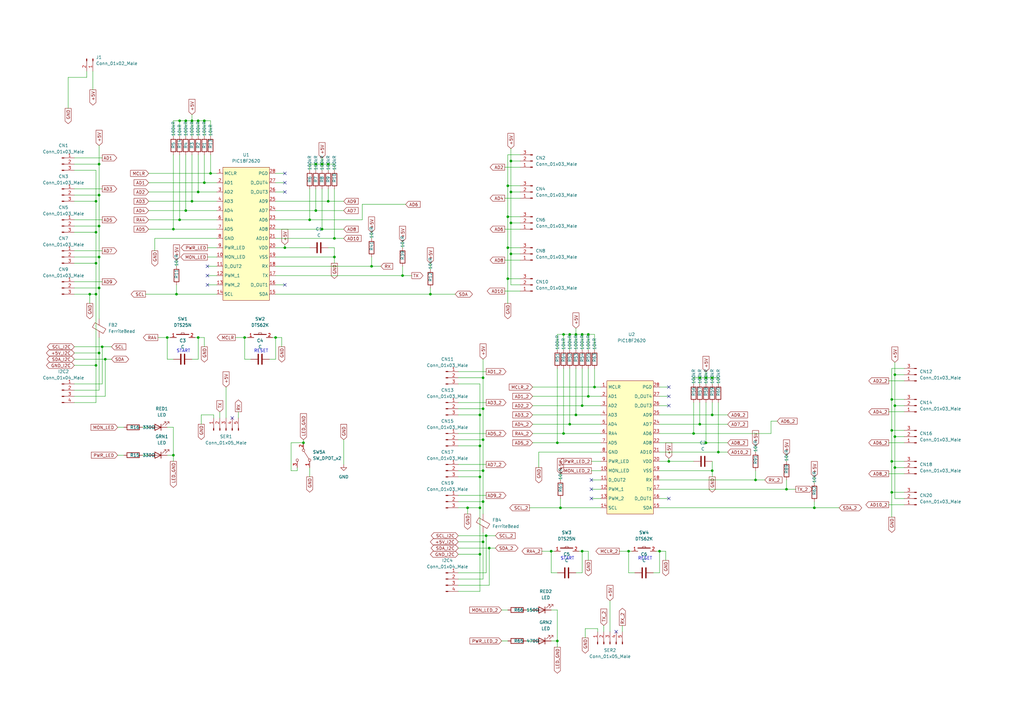
<source format=kicad_sch>
(kicad_sch (version 20211123) (generator eeschema)
  (paper "A3")
  (junction (at 274.32 189.23))
  (junction (at 43.18 147.32))
  (junction (at 137.16 105.41))
  (junction (at 40.64 118.11))
  (junction (at 127 90.17))
  (junction (at 39.37 95.25))
  (junction (at 86.36 71.12))
  (junction (at 100.33 138.43))
  (junction (at 198.12 222.25))
  (junction (at 208.28 101.6))
  (junction (at 270.51 226.06))
  (junction (at 209.55 104.14))
  (junction (at 71.12 93.98))
  (junction (at 196.85 182.88))
  (junction (at 367.03 191.77))
  (junction (at 124.46 181.61))
  (junction (at 76.2 86.36))
  (junction (at 196.85 208.28))
  (junction (at 71.12 186.69))
  (junction (at 39.37 149.86))
  (junction (at 236.22 170.18))
  (junction (at 83.82 49.53))
  (junction (at 40.64 67.31))
  (junction (at 289.56 181.61))
  (junction (at 367.03 153.67))
  (junction (at 40.64 144.78))
  (junction (at 292.1 193.04))
  (junction (at 41.91 142.24))
  (junction (at 209.55 91.44))
  (junction (at 231.14 137.16))
  (junction (at 78.74 49.53))
  (junction (at 208.28 88.9))
  (junction (at 367.03 179.07))
  (junction (at 198.12 180.34))
  (junction (at 238.76 137.16))
  (junction (at 228.6 262.89))
  (junction (at 113.03 138.43))
  (junction (at 292.1 170.18))
  (junction (at 365.76 176.53))
  (junction (at 129.54 86.36))
  (junction (at 198.12 205.74))
  (junction (at 228.6 181.61))
  (junction (at 196.85 195.58))
  (junction (at 365.76 189.23))
  (junction (at 40.64 92.71))
  (junction (at 292.1 154.94))
  (junction (at 309.88 196.85))
  (junction (at 229.87 208.28))
  (junction (at 137.16 97.79))
  (junction (at 134.62 67.31))
  (junction (at 39.37 120.65))
  (junction (at 208.28 114.3))
  (junction (at 129.54 67.31))
  (junction (at 226.06 226.06))
  (junction (at 289.56 154.94))
  (junction (at 68.58 138.43))
  (junction (at 176.53 120.65))
  (junction (at 198.12 167.64))
  (junction (at 81.28 78.74))
  (junction (at 365.76 201.93))
  (junction (at 196.85 227.33))
  (junction (at 233.68 137.16))
  (junction (at 76.2 49.53))
  (junction (at 116.84 101.6))
  (junction (at 287.02 154.94))
  (junction (at 241.3 137.16))
  (junction (at 39.37 107.95))
  (junction (at 209.55 78.74))
  (junction (at 196.85 170.18))
  (junction (at 73.66 49.53))
  (junction (at 40.64 105.41))
  (junction (at 83.82 74.93))
  (junction (at 39.37 82.55))
  (junction (at 198.12 154.94))
  (junction (at 191.77 208.28))
  (junction (at 132.08 93.98))
  (junction (at 243.84 158.75))
  (junction (at 208.28 76.2))
  (junction (at 238.76 166.37))
  (junction (at 287.02 173.99))
  (junction (at 241.3 162.56))
  (junction (at 132.08 67.31))
  (junction (at 231.14 177.8))
  (junction (at 165.1 113.03))
  (junction (at 72.39 120.65))
  (junction (at 284.48 177.8))
  (junction (at 294.64 185.42))
  (junction (at 209.55 66.04))
  (junction (at 238.76 226.06))
  (junction (at 365.76 163.83))
  (junction (at 257.81 226.06))
  (junction (at 81.28 138.43))
  (junction (at 236.22 137.16))
  (junction (at 200.66 224.79))
  (junction (at 198.12 193.04))
  (junction (at 78.74 82.55))
  (junction (at 81.28 49.53))
  (junction (at 134.62 82.55))
  (junction (at 322.58 200.66))
  (junction (at 367.03 166.37))
  (junction (at 40.64 80.01))
  (junction (at 233.68 173.99))
  (junction (at 334.01 208.28))
  (junction (at 73.66 90.17))
  (junction (at 152.4 109.22))
  (junction (at 36.83 120.65))
  (junction (at 199.39 219.71))
  (no_connect (at 116.84 71.12))
  (no_connect (at 116.84 74.93))
  (no_connect (at 116.84 78.74))
  (no_connect (at 252.73 259.08))
  (no_connect (at 95.25 171.45))
  (no_connect (at 242.57 204.47))
  (no_connect (at 242.57 196.85))
  (no_connect (at 274.32 158.75))
  (no_connect (at 85.09 116.84))
  (no_connect (at 85.09 113.03))
  (no_connect (at 85.09 109.22))
  (no_connect (at 274.32 204.47))
  (no_connect (at 274.32 162.56))
  (no_connect (at 242.57 200.66))
  (no_connect (at 116.84 116.84))
  (no_connect (at 274.32 166.37))
  (wire (pts (xy 137.16 77.47) (xy 137.16 97.79)))
  (wire (pts (xy 137.16 67.31) (xy 137.16 69.85)))
  (wire (pts (xy 237.49 226.06) (xy 238.76 226.06)))
  (wire (pts (xy 39.37 120.65) (xy 39.37 149.86)))
  (wire (pts (xy 242.57 200.66) (xy 246.38 200.66)))
  (wire (pts (xy 364.49 194.31) (xy 370.84 194.31)))
  (wire (pts (xy 30.48 120.65) (xy 36.83 120.65)))
  (wire (pts (xy 196.85 170.18) (xy 196.85 182.88)))
  (wire (pts (xy 365.76 163.83) (xy 370.84 163.83)))
  (wire (pts (xy 322.58 196.85) (xy 322.58 200.66)))
  (wire (pts (xy 292.1 189.23) (xy 292.1 193.04)))
  (wire (pts (xy 367.03 204.47) (xy 370.84 204.47)))
  (wire (pts (xy 242.57 193.04) (xy 246.38 193.04)))
  (wire (pts (xy 209.55 66.04) (xy 209.55 78.74)))
  (wire (pts (xy 226.06 250.19) (xy 228.6 250.19)))
  (wire (pts (xy 68.58 186.69) (xy 71.12 186.69)))
  (wire (pts (xy 231.14 137.16) (xy 231.14 143.51)))
  (wire (pts (xy 226.06 226.06) (xy 227.33 226.06)))
  (wire (pts (xy 208.28 88.9) (xy 213.36 88.9)))
  (wire (pts (xy 208.28 63.5) (xy 208.28 76.2)))
  (wire (pts (xy 148.59 83.82) (xy 148.59 90.17)))
  (wire (pts (xy 292.1 170.18) (xy 298.45 170.18)))
  (wire (pts (xy 76.2 49.53) (xy 76.2 55.88)))
  (wire (pts (xy 240.03 257.81) (xy 245.11 257.81)))
  (wire (pts (xy 270.51 204.47) (xy 274.32 204.47)))
  (wire (pts (xy 200.66 224.79) (xy 203.2 224.79)))
  (wire (pts (xy 30.48 95.25) (xy 39.37 95.25)))
  (wire (pts (xy 110.49 147.32) (xy 113.03 147.32)))
  (wire (pts (xy 215.9 250.19) (xy 218.44 250.19)))
  (wire (pts (xy 236.22 134.62) (xy 236.22 137.16)))
  (wire (pts (xy 254 226.06) (xy 257.81 226.06)))
  (wire (pts (xy 113.03 93.98) (xy 132.08 93.98)))
  (wire (pts (xy 72.39 116.84) (xy 72.39 120.65)))
  (wire (pts (xy 81.28 138.43) (xy 83.82 138.43)))
  (wire (pts (xy 198.12 222.25) (xy 198.12 218.44)))
  (wire (pts (xy 284.48 154.94) (xy 287.02 154.94)))
  (wire (pts (xy 36.83 120.65) (xy 39.37 120.65)))
  (wire (pts (xy 134.62 82.55) (xy 140.97 82.55)))
  (wire (pts (xy 270.51 158.75) (xy 274.32 158.75)))
  (wire (pts (xy 238.76 226.06) (xy 241.3 226.06)))
  (wire (pts (xy 132.08 64.77) (xy 132.08 67.31)))
  (wire (pts (xy 334.01 208.28) (xy 344.17 208.28)))
  (wire (pts (xy 334.01 205.74) (xy 334.01 208.28)))
  (wire (pts (xy 191.77 208.28) (xy 191.77 210.82)))
  (wire (pts (xy 100.33 147.32) (xy 102.87 147.32)))
  (wire (pts (xy 176.53 107.95) (xy 176.53 110.49)))
  (wire (pts (xy 365.76 151.13) (xy 370.84 151.13)))
  (wire (pts (xy 38.1 29.21) (xy 38.1 36.83)))
  (wire (pts (xy 208.28 114.3) (xy 213.36 114.3)))
  (wire (pts (xy 41.91 157.48) (xy 30.48 157.48)))
  (wire (pts (xy 71.12 63.5) (xy 71.12 93.98)))
  (wire (pts (xy 205.74 262.89) (xy 208.28 262.89)))
  (wire (pts (xy 187.96 193.04) (xy 198.12 193.04)))
  (wire (pts (xy 30.48 115.57) (xy 41.91 115.57)))
  (wire (pts (xy 39.37 95.25) (xy 39.37 107.95)))
  (wire (pts (xy 137.16 105.41) (xy 137.16 107.95)))
  (wire (pts (xy 119.38 181.61) (xy 124.46 181.61)))
  (wire (pts (xy 257.81 226.06) (xy 257.81 234.95)))
  (wire (pts (xy 222.25 226.06) (xy 226.06 226.06)))
  (wire (pts (xy 196.85 208.28) (xy 196.85 227.33)))
  (wire (pts (xy 270.51 170.18) (xy 292.1 170.18)))
  (wire (pts (xy 228.6 181.61) (xy 246.38 181.61)))
  (wire (pts (xy 220.98 185.42) (xy 246.38 185.42)))
  (wire (pts (xy 270.51 234.95) (xy 270.51 226.06)))
  (wire (pts (xy 113.03 147.32) (xy 113.03 138.43)))
  (wire (pts (xy 208.28 114.3) (xy 208.28 124.46)))
  (wire (pts (xy 309.88 196.85) (xy 313.69 196.85)))
  (wire (pts (xy 40.64 160.02) (xy 40.64 144.78)))
  (wire (pts (xy 40.64 80.01) (xy 40.64 92.71)))
  (wire (pts (xy 187.96 180.34) (xy 198.12 180.34)))
  (wire (pts (xy 196.85 157.48) (xy 196.85 170.18)))
  (wire (pts (xy 367.03 179.07) (xy 367.03 191.77)))
  (wire (pts (xy 370.84 153.67) (xy 367.03 153.67)))
  (wire (pts (xy 270.51 226.06) (xy 273.05 226.06)))
  (wire (pts (xy 365.76 201.93) (xy 370.84 201.93)))
  (wire (pts (xy 270.51 162.56) (xy 274.32 162.56)))
  (wire (pts (xy 241.3 151.13) (xy 241.3 162.56)))
  (wire (pts (xy 187.96 152.4) (xy 199.39 152.4)))
  (wire (pts (xy 226.06 262.89) (xy 228.6 262.89)))
  (wire (pts (xy 40.64 105.41) (xy 40.64 92.71)))
  (wire (pts (xy 72.39 106.68) (xy 72.39 109.22)))
  (wire (pts (xy 294.64 185.42) (xy 298.45 185.42)))
  (wire (pts (xy 209.55 116.84) (xy 213.36 116.84)))
  (wire (pts (xy 129.54 86.36) (xy 140.97 86.36)))
  (wire (pts (xy 284.48 154.94) (xy 284.48 157.48)))
  (wire (pts (xy 294.64 154.94) (xy 294.64 157.48)))
  (wire (pts (xy 78.74 46.99) (xy 78.74 49.53)))
  (wire (pts (xy 215.9 262.89) (xy 218.44 262.89)))
  (wire (pts (xy 198.12 210.82) (xy 198.12 205.74)))
  (wire (pts (xy 71.12 175.26) (xy 71.12 186.69)))
  (wire (pts (xy 85.09 105.41) (xy 88.9 105.41)))
  (wire (pts (xy 209.55 91.44) (xy 209.55 104.14)))
  (wire (pts (xy 113.03 138.43) (xy 115.57 138.43)))
  (wire (pts (xy 30.48 82.55) (xy 39.37 82.55)))
  (wire (pts (xy 35.56 31.75) (xy 27.94 31.75)))
  (wire (pts (xy 60.96 86.36) (xy 76.2 86.36)))
  (wire (pts (xy 273.05 226.06) (xy 273.05 229.87)))
  (wire (pts (xy 365.76 201.93) (xy 365.76 212.09)))
  (wire (pts (xy 241.3 226.06) (xy 241.3 229.87)))
  (wire (pts (xy 76.2 86.36) (xy 88.9 86.36)))
  (wire (pts (xy 242.57 189.23) (xy 246.38 189.23)))
  (wire (pts (xy 229.87 204.47) (xy 229.87 208.28)))
  (wire (pts (xy 364.49 207.01) (xy 370.84 207.01)))
  (wire (pts (xy 97.79 168.91) (xy 97.79 171.45)))
  (wire (pts (xy 196.85 195.58) (xy 196.85 208.28)))
  (wire (pts (xy 243.84 137.16) (xy 243.84 143.51)))
  (wire (pts (xy 364.49 181.61) (xy 370.84 181.61)))
  (wire (pts (xy 191.77 208.28) (xy 196.85 208.28)))
  (wire (pts (xy 85.09 116.84) (xy 88.9 116.84)))
  (wire (pts (xy 127 77.47) (xy 127 90.17)))
  (wire (pts (xy 243.84 158.75) (xy 218.44 158.75)))
  (wire (pts (xy 35.56 29.21) (xy 35.56 31.75)))
  (wire (pts (xy 228.6 151.13) (xy 228.6 181.61)))
  (wire (pts (xy 270.51 166.37) (xy 274.32 166.37)))
  (wire (pts (xy 134.62 67.31) (xy 137.16 67.31)))
  (wire (pts (xy 68.58 138.43) (xy 69.85 138.43)))
  (wire (pts (xy 209.55 60.96) (xy 209.55 66.04)))
  (wire (pts (xy 367.03 153.67) (xy 367.03 166.37)))
  (wire (pts (xy 200.66 224.79) (xy 200.66 240.03)))
  (wire (pts (xy 198.12 205.74) (xy 198.12 193.04)))
  (wire (pts (xy 284.48 177.8) (xy 316.23 177.8)))
  (wire (pts (xy 83.82 138.43) (xy 83.82 142.24)))
  (wire (pts (xy 367.03 191.77) (xy 370.84 191.77)))
  (wire (pts (xy 71.12 55.88) (xy 71.12 49.53)))
  (wire (pts (xy 274.32 189.23) (xy 284.48 189.23)))
  (wire (pts (xy 134.62 77.47) (xy 134.62 82.55)))
  (wire (pts (xy 187.96 205.74) (xy 198.12 205.74)))
  (wire (pts (xy 187.96 167.64) (xy 198.12 167.64)))
  (wire (pts (xy 119.38 193.04) (xy 119.38 181.61)))
  (wire (pts (xy 113.03 113.03) (xy 165.1 113.03)))
  (wire (pts (xy 270.51 200.66) (xy 322.58 200.66)))
  (wire (pts (xy 83.82 49.53) (xy 86.36 49.53)))
  (wire (pts (xy 367.03 166.37) (xy 367.03 179.07)))
  (wire (pts (xy 199.39 234.95) (xy 187.96 234.95)))
  (wire (pts (xy 43.18 147.32) (xy 43.18 162.56)))
  (wire (pts (xy 30.48 118.11) (xy 40.64 118.11)))
  (wire (pts (xy 30.48 107.95) (xy 39.37 107.95)))
  (wire (pts (xy 241.3 162.56) (xy 246.38 162.56)))
  (wire (pts (xy 132.08 77.47) (xy 132.08 93.98)))
  (wire (pts (xy 187.96 157.48) (xy 196.85 157.48)))
  (wire (pts (xy 284.48 165.1) (xy 284.48 177.8)))
  (wire (pts (xy 30.48 142.24) (xy 41.91 142.24)))
  (wire (pts (xy 68.58 138.43) (xy 68.58 147.32)))
  (wire (pts (xy 113.03 71.12) (xy 116.84 71.12)))
  (wire (pts (xy 198.12 237.49) (xy 198.12 222.25)))
  (wire (pts (xy 78.74 49.53) (xy 78.74 55.88)))
  (wire (pts (xy 270.51 189.23) (xy 274.32 189.23)))
  (wire (pts (xy 30.48 69.85) (xy 39.37 69.85)))
  (wire (pts (xy 39.37 82.55) (xy 39.37 95.25)))
  (wire (pts (xy 134.62 67.31) (xy 134.62 69.85)))
  (wire (pts (xy 73.66 49.53) (xy 73.66 55.88)))
  (wire (pts (xy 60.96 82.55) (xy 78.74 82.55)))
  (wire (pts (xy 129.54 77.47) (xy 129.54 86.36)))
  (wire (pts (xy 243.84 151.13) (xy 243.84 158.75)))
  (wire (pts (xy 76.2 63.5) (xy 76.2 86.36)))
  (wire (pts (xy 83.82 63.5) (xy 83.82 74.93)))
  (wire (pts (xy 137.16 97.79) (xy 140.97 97.79)))
  (wire (pts (xy 113.03 86.36) (xy 129.54 86.36)))
  (wire (pts (xy 27.94 31.75) (xy 27.94 44.45)))
  (wire (pts (xy 199.39 219.71) (xy 203.2 219.71)))
  (wire (pts (xy 229.87 208.28) (xy 246.38 208.28)))
  (wire (pts (xy 41.91 142.24) (xy 41.91 157.48)))
  (wire (pts (xy 82.55 170.18) (xy 87.63 170.18)))
  (wire (pts (xy 187.96 208.28) (xy 191.77 208.28)))
  (wire (pts (xy 187.96 219.71) (xy 199.39 219.71)))
  (wire (pts (xy 85.09 109.22) (xy 88.9 109.22)))
  (wire (pts (xy 63.5 97.79) (xy 63.5 102.87)))
  (wire (pts (xy 30.48 165.1) (xy 39.37 165.1)))
  (wire (pts (xy 240.03 257.81) (xy 240.03 261.62)))
  (wire (pts (xy 60.96 78.74) (xy 81.28 78.74)))
  (wire (pts (xy 270.51 193.04) (xy 292.1 193.04)))
  (wire (pts (xy 72.39 120.65) (xy 88.9 120.65)))
  (wire (pts (xy 238.76 234.95) (xy 238.76 226.06)))
  (wire (pts (xy 113.03 101.6) (xy 116.84 101.6)))
  (wire (pts (xy 364.49 156.21) (xy 370.84 156.21)))
  (wire (pts (xy 40.64 67.31) (xy 30.48 67.31)))
  (wire (pts (xy 127 67.31) (xy 127 69.85)))
  (wire (pts (xy 238.76 151.13) (xy 238.76 166.37)))
  (wire (pts (xy 39.37 107.95) (xy 39.37 120.65)))
  (wire (pts (xy 30.48 77.47) (xy 41.91 77.47)))
  (wire (pts (xy 269.24 226.06) (xy 270.51 226.06)))
  (wire (pts (xy 270.51 185.42) (xy 294.64 185.42)))
  (wire (pts (xy 73.66 49.53) (xy 76.2 49.53)))
  (wire (pts (xy 113.03 120.65) (xy 176.53 120.65)))
  (wire (pts (xy 30.48 105.41) (xy 40.64 105.41)))
  (wire (pts (xy 111.76 138.43) (xy 113.03 138.43)))
  (wire (pts (xy 236.22 170.18) (xy 246.38 170.18)))
  (wire (pts (xy 238.76 166.37) (xy 246.38 166.37)))
  (wire (pts (xy 246.38 158.75) (xy 243.84 158.75)))
  (wire (pts (xy 209.55 104.14) (xy 213.36 104.14)))
  (wire (pts (xy 40.64 80.01) (xy 40.64 67.31)))
  (wire (pts (xy 137.16 101.6) (xy 137.16 105.41)))
  (wire (pts (xy 86.36 49.53) (xy 86.36 55.88)))
  (wire (pts (xy 238.76 137.16) (xy 241.3 137.16)))
  (wire (pts (xy 367.03 148.59) (xy 367.03 153.67)))
  (wire (pts (xy 113.03 82.55) (xy 134.62 82.55)))
  (wire (pts (xy 80.01 138.43) (xy 81.28 138.43)))
  (wire (pts (xy 96.52 138.43) (xy 100.33 138.43)))
  (wire (pts (xy 292.1 154.94) (xy 292.1 157.48)))
  (wire (pts (xy 208.28 76.2) (xy 213.36 76.2)))
  (wire (pts (xy 73.66 63.5) (xy 73.66 90.17)))
  (wire (pts (xy 213.36 66.04) (xy 209.55 66.04)))
  (wire (pts (xy 86.36 71.12) (xy 60.96 71.12)))
  (wire (pts (xy 30.48 64.77) (xy 41.91 64.77)))
  (wire (pts (xy 208.28 101.6) (xy 208.28 114.3)))
  (wire (pts (xy 100.33 138.43) (xy 100.33 147.32)))
  (wire (pts (xy 40.64 118.11) (xy 40.64 130.81)))
  (wire (pts (xy 71.12 93.98) (xy 88.9 93.98)))
  (wire (pts (xy 187.96 170.18) (xy 196.85 170.18)))
  (wire (pts (xy 198.12 154.94) (xy 187.96 154.94)))
  (wire (pts (xy 78.74 82.55) (xy 88.9 82.55)))
  (wire (pts (xy 218.44 177.8) (xy 231.14 177.8)))
  (wire (pts (xy 238.76 137.16) (xy 238.76 143.51)))
  (wire (pts (xy 187.96 237.49) (xy 198.12 237.49)))
  (wire (pts (xy 365.76 189.23) (xy 365.76 201.93)))
  (wire (pts (xy 233.68 137.16) (xy 233.68 143.51)))
  (wire (pts (xy 267.97 234.95) (xy 270.51 234.95)))
  (wire (pts (xy 367.03 179.07) (xy 370.84 179.07)))
  (wire (pts (xy 87.63 170.18) (xy 87.63 171.45)))
  (wire (pts (xy 39.37 69.85) (xy 39.37 82.55)))
  (wire (pts (xy 30.48 92.71) (xy 40.64 92.71)))
  (wire (pts (xy 226.06 234.95) (xy 228.6 234.95)))
  (wire (pts (xy 187.96 203.2) (xy 199.39 203.2)))
  (wire (pts (xy 116.84 100.33) (xy 116.84 101.6)))
  (wire (pts (xy 257.81 226.06) (xy 259.08 226.06)))
  (wire (pts (xy 86.36 63.5) (xy 86.36 71.12)))
  (wire (pts (xy 322.58 200.66) (xy 326.39 200.66)))
  (wire (pts (xy 90.17 168.91) (xy 90.17 171.45)))
  (wire (pts (xy 289.56 154.94) (xy 292.1 154.94)))
  (wire (pts (xy 231.14 151.13) (xy 231.14 177.8)))
  (wire (pts (xy 88.9 71.12) (xy 86.36 71.12)))
  (wire (pts (xy 140.97 180.34) (xy 140.97 190.5)))
  (wire (pts (xy 220.98 185.42) (xy 220.98 191.77)))
  (wire (pts (xy 218.44 162.56) (xy 241.3 162.56)))
  (wire (pts (xy 92.71 158.75) (xy 92.71 171.45)))
  (wire (pts (xy 127 90.17) (xy 148.59 90.17)))
  (wire (pts (xy 365.76 176.53) (xy 365.76 189.23)))
  (wire (pts (xy 241.3 137.16) (xy 243.84 137.16)))
  (wire (pts (xy 71.12 186.69) (xy 71.12 189.23)))
  (wire (pts (xy 287.02 173.99) (xy 298.45 173.99)))
  (wire (pts (xy 289.56 154.94) (xy 289.56 157.48)))
  (wire (pts (xy 30.48 102.87) (xy 41.91 102.87)))
  (wire (pts (xy 287.02 154.94) (xy 289.56 154.94)))
  (wire (pts (xy 367.03 191.77) (xy 367.03 204.47)))
  (wire (pts (xy 121.92 191.77) (xy 121.92 193.04)))
  (wire (pts (xy 228.6 250.19) (xy 228.6 262.89)))
  (wire (pts (xy 247.65 256.54) (xy 247.65 259.08)))
  (wire (pts (xy 250.19 246.38) (xy 250.19 259.08)))
  (wire (pts (xy 364.49 168.91) (xy 370.84 168.91)))
  (wire (pts (xy 270.51 196.85) (xy 309.88 196.85)))
  (wire (pts (xy 270.51 173.99) (xy 287.02 173.99)))
  (wire (pts (xy 176.53 120.65) (xy 186.69 120.65)))
  (wire (pts (xy 198.12 193.04) (xy 198.12 180.34)))
  (wire (pts (xy 127 67.31) (xy 129.54 67.31)))
  (wire (pts (xy 187.96 240.03) (xy 200.66 240.03)))
  (wire (pts (xy 187.96 177.8) (xy 199.39 177.8)))
  (wire (pts (xy 207.01 93.98) (xy 213.36 93.98)))
  (wire (pts (xy 196.85 182.88) (xy 196.85 195.58)))
  (wire (pts (xy 113.03 105.41) (xy 137.16 105.41)))
  (wire (pts (xy 78.74 49.53) (xy 81.28 49.53)))
  (wire (pts (xy 208.28 88.9) (xy 208.28 101.6)))
  (wire (pts (xy 165.1 109.22) (xy 165.1 113.03)))
  (wire (pts (xy 60.96 90.17) (xy 73.66 90.17)))
  (wire (pts (xy 176.53 118.11) (xy 176.53 120.65)))
  (wire (pts (xy 152.4 95.25) (xy 152.4 97.79)))
  (wire (pts (xy 207.01 106.68) (xy 213.36 106.68)))
  (wire (pts (xy 81.28 78.74) (xy 88.9 78.74)))
  (wire (pts (xy 294.64 165.1) (xy 294.64 185.42)))
  (wire (pts (xy 209.55 78.74) (xy 209.55 91.44)))
  (wire (pts (xy 365.76 151.13) (xy 365.76 163.83)))
  (wire (pts (xy 365.76 163.83) (xy 365.76 176.53)))
  (wire (pts (xy 30.48 147.32) (xy 43.18 147.32)))
  (wire (pts (xy 82.55 170.18) (xy 82.55 173.99)))
  (wire (pts (xy 270.51 177.8) (xy 284.48 177.8)))
  (wire (pts (xy 81.28 49.53) (xy 81.28 55.88)))
  (wire (pts (xy 121.92 193.04) (xy 119.38 193.04)))
  (wire (pts (xy 207.01 81.28) (xy 213.36 81.28)))
  (wire (pts (xy 292.1 154.94) (xy 294.64 154.94)))
  (wire (pts (xy 187.96 227.33) (xy 196.85 227.33)))
  (wire (pts (xy 209.55 91.44) (xy 213.36 91.44)))
  (wire (pts (xy 76.2 49.53) (xy 78.74 49.53)))
  (wire (pts (xy 132.08 67.31) (xy 134.62 67.31)))
  (wire (pts (xy 228.6 137.16) (xy 231.14 137.16)))
  (wire (pts (xy 152.4 109.22) (xy 156.21 109.22)))
  (wire (pts (xy 270.51 181.61) (xy 289.56 181.61)))
  (wire (pts (xy 129.54 67.31) (xy 132.08 67.31)))
  (wire (pts (xy 30.48 160.02) (xy 40.64 160.02)))
  (wire (pts (xy 245.11 257.81) (xy 245.11 259.08)))
  (wire (pts (xy 134.62 101.6) (xy 137.16 101.6)))
  (wire (pts (xy 40.64 118.11) (xy 40.64 105.41)))
  (wire (pts (xy 365.76 176.53) (xy 370.84 176.53)))
  (wire (pts (xy 231.14 177.8) (xy 246.38 177.8)))
  (wire (pts (xy 289.56 152.4) (xy 289.56 154.94)))
  (wire (pts (xy 236.22 234.95) (xy 238.76 234.95)))
  (wire (pts (xy 81.28 63.5) (xy 81.28 78.74)))
  (wire (pts (xy 209.55 78.74) (xy 213.36 78.74)))
  (wire (pts (xy 218.44 170.18) (xy 236.22 170.18)))
  (wire (pts (xy 73.66 90.17) (xy 88.9 90.17)))
  (wire (pts (xy 81.28 49.53) (xy 83.82 49.53)))
  (wire (pts (xy 113.03 116.84) (xy 116.84 116.84)))
  (wire (pts (xy 367.03 166.37) (xy 370.84 166.37)))
  (wire (pts (xy 39.37 149.86) (xy 39.37 165.1)))
  (wire (pts (xy 83.82 55.88) (xy 83.82 49.53)))
  (wire (pts (xy 41.91 142.24) (xy 45.72 142.24)))
  (wire (pts (xy 187.96 222.25) (xy 198.12 222.25)))
  (wire (pts (xy 218.44 166.37) (xy 238.76 166.37)))
  (wire (pts (xy 48.26 175.26) (xy 50.8 175.26)))
  (wire (pts (xy 30.48 144.78) (xy 40.64 144.78)))
  (wire (pts (xy 30.48 149.86) (xy 39.37 149.86)))
  (wire (pts (xy 218.44 181.61) (xy 228.6 181.61)))
  (wire (pts (xy 208.28 63.5) (xy 213.36 63.5)))
  (wire (pts (xy 187.96 165.1) (xy 199.39 165.1)))
  (wire (pts (xy 199.39 219.71) (xy 199.39 234.95)))
  (wire (pts (xy 274.32 187.96) (xy 274.32 189.23)))
  (wire (pts (xy 289.56 165.1) (xy 289.56 181.61)))
  (wire (pts (xy 208.28 76.2) (xy 208.28 88.9)))
  (wire (pts (xy 60.96 93.98) (xy 71.12 93.98)))
  (wire (pts (xy 196.85 227.33) (xy 196.85 242.57)))
  (wire (pts (xy 207.01 119.38) (xy 213.36 119.38)))
  (wire (pts (xy 129.54 67.31) (xy 129.54 69.85)))
  (wire (pts (xy 60.96 74.93) (xy 83.82 74.93)))
  (wire (pts (xy 68.58 147.32) (xy 71.12 147.32)))
  (wire (pts (xy 233.68 137.16) (xy 236.22 137.16)))
  (wire (pts (xy 116.84 101.6) (xy 127 101.6)))
  (wire (pts (xy 113.03 90.17) (xy 127 90.17)))
  (wire (pts (xy 30.48 90.17) (xy 41.91 90.17)))
  (wire (pts (xy 226.06 226.06) (xy 226.06 234.95)))
  (wire (pts (xy 236.22 137.16) (xy 236.22 143.51)))
  (wire (pts (xy 43.18 147.32) (xy 45.72 147.32)))
  (wire (pts (xy 228.6 143.51) (xy 228.6 137.16)))
  (wire (pts (xy 255.27 256.54) (xy 255.27 259.08)))
  (wire (pts (xy 187.96 224.79) (xy 200.66 224.79)))
  (wire (pts (xy 205.74 250.19) (xy 208.28 250.19)))
  (wire (pts (xy 152.4 105.41) (xy 152.4 109.22)))
  (wire (pts (xy 309.88 182.88) (xy 309.88 185.42)))
  (wire (pts (xy 132.08 93.98) (xy 140.97 93.98)))
  (wire (pts (xy 63.5 97.79) (xy 88.9 97.79)))
  (wire (pts (xy 257.81 234.95) (xy 260.35 234.95)))
  (wire (pts (xy 242.57 196.85) (xy 246.38 196.85)))
  (wire (pts (xy 187.96 195.58) (xy 196.85 195.58)))
  (wire (pts (xy 365.76 189.23) (xy 370.84 189.23)))
  (wire (pts (xy 198.12 167.64) (xy 198.12 180.34)))
  (wire (pts (xy 209.55 104.14) (xy 209.55 116.84)))
  (wire (pts (xy 309.88 193.04) (xy 309.88 196.85)))
  (wire (pts (xy 115.57 138.43) (xy 115.57 142.24)))
  (wire (pts (xy 78.74 82.55) (xy 78.74 63.5)))
  (wire (pts (xy 322.58 186.69) (xy 322.58 189.23)))
  (wire (pts (xy 229.87 194.31) (xy 229.87 196.85)))
  (wire (pts (xy 40.64 138.43) (xy 40.64 144.78)))
  (wire (pts (xy 218.44 173.99) (xy 233.68 173.99)))
  (wire (pts (xy 113.03 78.74) (xy 116.84 78.74)))
  (wire (pts (xy 198.12 167.64) (xy 198.12 154.94)))
  (wire (pts (xy 71.12 49.53) (xy 73.66 49.53)))
  (wire (pts (xy 58.42 186.69) (xy 60.96 186.69)))
  (wire (pts (xy 228.6 262.89) (xy 228.6 265.43)))
  (wire (pts (xy 30.48 162.56) (xy 43.18 162.56)))
  (wire (pts (xy 30.48 80.01) (xy 40.64 80.01)))
  (wire (pts (xy 316.23 172.72) (xy 316.23 177.8)))
  (wire (pts (xy 36.83 120.65) (xy 36.83 124.46)))
  (wire (pts (xy 81.28 147.32) (xy 81.28 138.43)))
  (wire (pts (xy 233.68 151.13) (xy 233.68 173.99)))
  (wire (pts (xy 58.42 175.26) (xy 60.96 175.26)))
  (wire (pts (xy 207.01 68.58) (xy 213.36 68.58)))
  (wire (pts (xy 85.09 113.03) (xy 88.9 113.03)))
  (wire (pts (xy 78.74 147.32) (xy 81.28 147.32)))
  (wire (pts (xy 83.82 74.93) (xy 88.9 74.93)))
  (wire (pts (xy 287.02 165.1) (xy 287.02 173.99)))
  (wire (pts (xy 85.09 101.6) (xy 88.9 101.6)))
  (wire (pts (xy 113.03 97.79) (xy 137.16 97.79)))
  (wire (pts (xy 64.77 138.43) (xy 68.58 138.43)))
  (wire (pts (xy 318.77 172.72) (xy 316.23 172.72)))
  (wire (pts (xy 292.1 165.1) (xy 292.1 170.18)))
  (wire (pts (xy 124.46 180.34) (xy 124.46 181.61)))
  (wire (pts (xy 334.01 195.58) (xy 334.01 198.12)))
  (wire (pts (xy 236.22 137.16) (xy 238.76 137.16)))
  (wire (pts (xy 127 191.77) (xy 127 195.58)))
  (wire (pts (xy 132.08 67.31) (xy 132.08 69.85)))
  (wire (pts (xy 187.96 182.88) (xy 196.85 182.88)))
  (wire (pts (xy 100.33 138.43) (xy 101.6 138.43)))
  (wire (pts (xy 166.37 83.82) (xy 148.59 83.82)))
  (wire (pts (xy 208.28 101.6) (xy 213.36 101.6)))
  (wire (pts (xy 198.12 147.32) (xy 198.12 154.94)))
  (wire (pts (xy 59.69 120.65) (xy 72.39 120.65)))
  (wire (pts (xy 187.96 242.57) (xy 196.85 242.57)))
  (wire (pts (xy 187.96 190.5) (xy 199.39 190.5)))
  (wire (pts (xy 231.14 137.16) (xy 233.68 137.16)))
  (wire (pts (xy 292.1 193.04) (xy 292.1 195.58)))
  (wire (pts (xy 165.1 99.06) (xy 165.1 101.6)))
  (wire (pts (xy 217.17 208.28) (xy 229.87 208.28)))
  (wire (pts (xy 165.1 113.03) (xy 168.91 113.03)))
  (wire (pts (xy 241.3 143.51) (xy 241.3 137.16)))
  (wire (pts (xy 113.03 109.22) (xy 152.4 109.22)))
  (wire (pts (xy 236.22 170.18) (xy 236.22 151.13)))
  (wire (pts (xy 287.02 154.94) (xy 287.02 157.48)))
  (wire (pts (xy 68.58 175.26) (xy 71.12 175.26)))
  (wire (pts (xy 40.64 59.69) (xy 40.64 67.31)))
  (wire (pts (xy 233.68 173.99) (xy 246.38 173.99)))
  (wire (pts (xy 113.03 74.93) (xy 116.84 74.93)))
  (wire (pts (xy 289.56 181.61) (xy 298.45 181.61)))
  (wire (pts (xy 242.57 204.47) (xy 246.38 204.47)))
  (wire (pts (xy 48.26 186.69) (xy 50.8 186.69)))
  (wire (pts (xy 270.51 208.28) (xy 334.01 208.28)))
  (text "START" (at 72.39 144.78 0) (effects (font (size 1.27 1.27)) (justify left bottom)))
  (text "RESET" (at 104.14 144.78 0) (effects (font (size 1.27 1.27)) (justify left bottom)))
  (text "RESET" (at 261.62 229.87 0) (effects (font (size 1.27 1.27)) (justify left bottom)))
  (text "START" (at 229.87 229.87 0) (effects (font (size 1.27 1.27)) (justify left bottom)))
  (global_label "RA4" (shape input) (at 60.96 90.17 180) (property "Intersheet References" "${INTERSHEET_REFS}" (effects hide)))
  (global_label "RA4_2" (shape input) (at 218.44 177.8 180) (property "Intersheet References" "${INTERSHEET_REFS}" (effects hide)))
  (global_label "+5V" (shape input) (at 165.1 99.06 90) (property "Intersheet References" "${INTERSHEET_REFS}" (effects hide)))
  (global_label "+5V_I2C" (shape bidirectional) (at 30.48 144.78 180) (property "Intersheet References" "${INTERSHEET_REFS}" (effects hide)))
  (global_label "MCLR" (shape output) (at 96.52 138.43 180) (property "Intersheet References" "${INTERSHEET_REFS}" (effects hide)))
  (global_label "MON_LED_2" (shape input) (at 205.74 250.19 180) (property "シート間のリファレンス" "${INTERSHEET_REFS}" (effects hide)))
  (global_label "AD10" (shape input) (at 140.97 97.79 0) (property "Intersheet References" "${INTERSHEET_REFS}" (effects hide)))
  (global_label "GND" (shape output) (at 127 195.58 270) (property "シート間のリファレンス" "${INTERSHEET_REFS}" (effects hide)))
  (global_label "GND" (shape output) (at 115.57 142.24 270) (property "シート間のリファレンス" "${INTERSHEET_REFS}" (effects hide)))
  (global_label "GND" (shape output) (at 208.28 124.46 270) (property "シート間のリファレンス" "${INTERSHEET_REFS}" (effects hide)))
  (global_label "AD2_2" (shape output) (at 364.49 156.21 180) (property "Intersheet References" "${INTERSHEET_REFS}" (effects hide)))
  (global_label "AD8" (shape output) (at 207.01 106.68 180) (property "Intersheet References" "${INTERSHEET_REFS}" (effects hide)))
  (global_label "AD6" (shape output) (at 207.01 93.98 180) (property "Intersheet References" "${INTERSHEET_REFS}" (effects hide)))
  (global_label "SCL" (shape output) (at 59.69 120.65 180) (property "Intersheet References" "${INTERSHEET_REFS}" (effects hide)))
  (global_label "MCLR_2" (shape input) (at 218.44 158.75 180) (property "Intersheet References" "${INTERSHEET_REFS}" (effects hide)))
  (global_label "AD2_2" (shape input) (at 218.44 166.37 180) (property "Intersheet References" "${INTERSHEET_REFS}" (effects hide)))
  (global_label "AD4_2" (shape input) (at 218.44 173.99 180) (property "Intersheet References" "${INTERSHEET_REFS}" (effects hide)))
  (global_label "RA4" (shape output) (at 64.77 138.43 180) (property "Intersheet References" "${INTERSHEET_REFS}" (effects hide)))
  (global_label "GND_I2C" (shape bidirectional) (at 30.48 149.86 180) (property "Intersheet References" "${INTERSHEET_REFS}" (effects hide)))
  (global_label "PWR_LED" (shape input) (at 48.26 186.69 180) (property "シート間のリファレンス" "${INTERSHEET_REFS}" (effects hide)))
  (global_label "SCL_I2C" (shape bidirectional) (at 187.96 219.71 180) (property "Intersheet References" "${INTERSHEET_REFS}" (effects hide)))
  (global_label "+5V" (shape input) (at 152.4 95.25 90) (property "Intersheet References" "${INTERSHEET_REFS}" (effects hide)))
  (global_label "RX" (shape output) (at 97.79 168.91 90) (property "Intersheet References" "${INTERSHEET_REFS}" (effects hide)))
  (global_label "GND" (shape output) (at 292.1 195.58 270) (property "シート間のリファレンス" "${INTERSHEET_REFS}" (effects hide)))
  (global_label "SCL" (shape input) (at 45.72 142.24 0) (property "Intersheet References" "${INTERSHEET_REFS}" (effects hide)))
  (global_label "MON_LED_2" (shape output) (at 242.57 193.04 180) (property "シート間のリファレンス" "${INTERSHEET_REFS}" (effects hide)))
  (global_label "RX_2" (shape input) (at 313.69 196.85 0) (property "Intersheet References" "${INTERSHEET_REFS}" (effects hide)))
  (global_label "TX_2" (shape output) (at 326.39 200.66 0) (property "Intersheet References" "${INTERSHEET_REFS}" (effects hide)))
  (global_label "+5V" (shape input) (at 236.22 134.62 90) (property "Intersheet References" "${INTERSHEET_REFS}" (effects hide)))
  (global_label "GND" (shape output) (at 240.03 261.62 270) (property "シート間のリファレンス" "${INTERSHEET_REFS}" (effects hide)))
  (global_label "LED_GND" (shape input) (at 124.46 180.34 90) (property "シート間のリファレンス" "${INTERSHEET_REFS}" (effects hide)))
  (global_label "AD1_2" (shape input) (at 218.44 162.56 180) (property "Intersheet References" "${INTERSHEET_REFS}" (effects hide)))
  (global_label "+5V" (shape input) (at 209.55 60.96 90) (property "Intersheet References" "${INTERSHEET_REFS}" (effects hide)))
  (global_label "+5V" (shape input) (at 72.39 106.68 90) (property "Intersheet References" "${INTERSHEET_REFS}" (effects hide)))
  (global_label "AD3" (shape input) (at 60.96 82.55 180) (property "Intersheet References" "${INTERSHEET_REFS}" (effects hide)))
  (global_label "AD7_2" (shape output) (at 199.39 190.5 0) (property "Intersheet References" "${INTERSHEET_REFS}" (effects hide)))
  (global_label "+5V" (shape input) (at 367.03 148.59 90) (property "Intersheet References" "${INTERSHEET_REFS}" (effects hide)))
  (global_label "GND" (shape output) (at 83.82 142.24 270) (property "シート間のリファレンス" "${INTERSHEET_REFS}" (effects hide)))
  (global_label "AD9_2" (shape input) (at 298.45 170.18 0) (property "Intersheet References" "${INTERSHEET_REFS}" (effects hide)))
  (global_label "+5V" (shape input) (at 78.74 46.99 90) (property "Intersheet References" "${INTERSHEET_REFS}" (effects hide)))
  (global_label "TX" (shape output) (at 168.91 113.03 0) (property "Intersheet References" "${INTERSHEET_REFS}" (effects hide)))
  (global_label "+5V" (shape input) (at 309.88 182.88 90) (property "Intersheet References" "${INTERSHEET_REFS}" (effects hide)))
  (global_label "RX" (shape input) (at 156.21 109.22 0) (property "Intersheet References" "${INTERSHEET_REFS}" (effects hide)))
  (global_label "MCLR_2" (shape output) (at 254 226.06 180) (property "Intersheet References" "${INTERSHEET_REFS}" (effects hide)))
  (global_label "AD9" (shape input) (at 140.97 82.55 0) (property "Intersheet References" "${INTERSHEET_REFS}" (effects hide)))
  (global_label "GND" (shape output) (at 220.98 191.77 270) (property "シート間のリファレンス" "${INTERSHEET_REFS}" (effects hide)))
  (global_label "LED_GND" (shape output) (at 71.12 189.23 270) (property "シート間のリファレンス" "${INTERSHEET_REFS}" (effects hide)))
  (global_label "AD9" (shape output) (at 41.91 115.57 0) (property "Intersheet References" "${INTERSHEET_REFS}" (effects hide)))
  (global_label "AD5" (shape input) (at 60.96 93.98 180) (property "Intersheet References" "${INTERSHEET_REFS}" (effects hide)))
  (global_label "AD8_2" (shape input) (at 298.45 181.61 0) (property "Intersheet References" "${INTERSHEET_REFS}" (effects hide)))
  (global_label "SDA_2" (shape bidirectional) (at 344.17 208.28 0) (property "Intersheet References" "${INTERSHEET_REFS}" (effects hide)))
  (global_label "GND" (shape output) (at 63.5 102.87 270) (property "シート間のリファレンス" "${INTERSHEET_REFS}" (effects hide)))
  (global_label "GND" (shape output) (at 365.76 212.09 270) (property "シート間のリファレンス" "${INTERSHEET_REFS}" (effects hide)))
  (global_label "GND" (shape output) (at 36.83 124.46 270) (property "シート間のリファレンス" "${INTERSHEET_REFS}" (effects hide)))
  (global_label "AD3" (shape output) (at 41.91 77.47 0) (property "Intersheet References" "${INTERSHEET_REFS}" (effects hide)))
  (global_label "TX" (shape input) (at 90.17 168.91 90) (property "Intersheet References" "${INTERSHEET_REFS}" (effects hide)))
  (global_label "GND" (shape output) (at 137.16 107.95 270) (property "シート間のリファレンス" "${INTERSHEET_REFS}" (effects hide)))
  (global_label "SDA_2" (shape bidirectional) (at 203.2 224.79 0) (property "Intersheet References" "${INTERSHEET_REFS}" (effects hide)))
  (global_label "AD8_2" (shape output) (at 364.49 194.31 180) (property "Intersheet References" "${INTERSHEET_REFS}" (effects hide)))
  (global_label "AD7_2" (shape input) (at 298.45 173.99 0) (property "Intersheet References" "${INTERSHEET_REFS}" (effects hide)))
  (global_label "AD4" (shape output) (at 207.01 81.28 180) (property "Intersheet References" "${INTERSHEET_REFS}" (effects hide)))
  (global_label "+5V" (shape input) (at 176.53 107.95 90) (property "Intersheet References" "${INTERSHEET_REFS}" (effects hide)))
  (global_label "AD1_2" (shape output) (at 199.39 152.4 0) (property "Intersheet References" "${INTERSHEET_REFS}" (effects hide)))
  (global_label "GND" (shape output) (at 27.94 44.45 270) (property "シート間のリファレンス" "${INTERSHEET_REFS}" (effects hide)))
  (global_label "+5V" (shape input) (at 250.19 246.38 90) (property "Intersheet References" "${INTERSHEET_REFS}" (effects hide)))
  (global_label "MON_LED" (shape output) (at 85.09 105.41 180) (property "シート間のリファレンス" "${INTERSHEET_REFS}" (effects hide)))
  (global_label "MCLR" (shape input) (at 60.96 71.12 180) (property "Intersheet References" "${INTERSHEET_REFS}" (effects hide)))
  (global_label "TX_2" (shape input) (at 247.65 256.54 90) (property "Intersheet References" "${INTERSHEET_REFS}" (effects hide)))
  (global_label "AD6_2" (shape output) (at 364.49 181.61 180) (property "Intersheet References" "${INTERSHEET_REFS}" (effects hide)))
  (global_label "AD1" (shape output) (at 41.91 64.77 0) (property "Intersheet References" "${INTERSHEET_REFS}" (effects hide)))
  (global_label "RA4_2" (shape output) (at 222.25 226.06 180) (property "Intersheet References" "${INTERSHEET_REFS}" (effects hide)))
  (global_label "+5V" (shape input) (at 116.84 100.33 90) (property "Intersheet References" "${INTERSHEET_REFS}" (effects hide)))
  (global_label "AD6_2" (shape input) (at 318.77 172.72 0) (property "Intersheet References" "${INTERSHEET_REFS}" (effects hide)))
  (global_label "+5V" (shape input) (at 322.58 186.69 90) (property "Intersheet References" "${INTERSHEET_REFS}" (effects hide)))
  (global_label "AD6" (shape input) (at 166.37 83.82 0) (property "Intersheet References" "${INTERSHEET_REFS}" (effects hide)))
  (global_label "+5V" (shape input) (at 198.12 147.32 90) (property "Intersheet References" "${INTERSHEET_REFS}" (effects hide)))
  (global_label "AD10_2" (shape output) (at 364.49 207.01 180) (property "Intersheet References" "${INTERSHEET_REFS}" (effects hide)))
  (global_label "SDA" (shape bidirectional) (at 186.69 120.65 0) (property "Intersheet References" "${INTERSHEET_REFS}" (effects hide)))
  (global_label "GND_I2C" (shape bidirectional) (at 187.96 227.33 180) (property "Intersheet References" "${INTERSHEET_REFS}" (effects hide)))
  (global_label "LED_GND" (shape output) (at 228.6 265.43 270) (property "シート間のリファレンス" "${INTERSHEET_REFS}" (effects hide)))
  (global_label "AD3_2" (shape input) (at 218.44 170.18 180) (property "Intersheet References" "${INTERSHEET_REFS}" (effects hide)))
  (global_label "AD10_2" (shape input) (at 298.45 185.42 0) (property "Intersheet References" "${INTERSHEET_REFS}" (effects hide)))
  (global_label "SDA_I2C" (shape bidirectional) (at 187.96 224.79 180) (property "Intersheet References" "${INTERSHEET_REFS}" (effects hide)))
  (global_label "SCL_I2C" (shape bidirectional) (at 30.48 142.24 180) (property "Intersheet References" "${INTERSHEET_REFS}" (effects hide)))
  (global_label "AD10" (shape output) (at 207.01 119.38 180) (property "Intersheet References" "${INTERSHEET_REFS}" (effects hide)))
  (global_label "AD2" (shape input) (at 60.96 78.74 180) (property "Intersheet References" "${INTERSHEET_REFS}" (effects hide)))
  (global_label "PWR_LED_2" (shape output) (at 242.57 189.23 180) (property "シート間のリファレンス" "${INTERSHEET_REFS}" (effects hide)))
  (global_label "AD4" (shape input) (at 60.96 86.36 180) (property "Intersheet References" "${INTERSHEET_REFS}" (effects hide)))
  (global_label "AD5" (shape output) (at 41.91 90.17 0) (property "Intersheet References" "${INTERSHEET_REFS}" (effects hide)))
  (global_label "+5V" (shape input) (at 132.08 64.77 90) (property "Intersheet References" "${INTERSHEET_REFS}" (effects hide)))
  (global_label "SCL_2" (shape output) (at 217.17 208.28 180) (property "Intersheet References" "${INTERSHEET_REFS}" (effects hide)))
  (global_label "AD5_2" (shape output) (at 199.39 177.8 0) (property "Intersheet References" "${INTERSHEET_REFS}" (effects hide)))
  (global_label "+5V" (shape input) (at 334.01 195.58 90) (property "Intersheet References" "${INTERSHEET_REFS}" (effects hide)))
  (global_label "+5V" (shape input) (at 274.32 187.96 90) (property "Intersheet References" "${INTERSHEET_REFS}" (effects hide)))
  (global_label "AD7" (shape output) (at 41.91 102.87 0) (property "Intersheet References" "${INTERSHEET_REFS}" (effects hide)))
  (global_label "AD1" (shape input) (at 60.96 74.93 180) (property "Intersheet References" "${INTERSHEET_REFS}" (effects hide)))
  (global_label "SDA_I2C" (shape bidirectional) (at 30.48 147.32 180) (property "Intersheet References" "${INTERSHEET_REFS}" (effects hide)))
  (global_label "RX_2" (shape output) (at 255.27 256.54 90) (property "Intersheet References" "${INTERSHEET_REFS}" (effects hide)))
  (global_label "AD3_2" (shape output) (at 199.39 165.1 0) (property "Intersheet References" "${INTERSHEET_REFS}" (effects hide)))
  (global_label "AD8" (shape input) (at 140.97 93.98 0) (property "Intersheet References" "${INTERSHEET_REFS}" (effects hide)))
  (global_label "SCL_2" (shape input) (at 203.2 219.71 0) (property "Intersheet References" "${INTERSHEET_REFS}" (effects hide)))
  (global_label "GND" (shape output) (at 241.3 229.87 270) (property "シート間のリファレンス" "${INTERSHEET_REFS}" (effects hide)))
  (global_label "GND" (shape output) (at 191.77 210.82 270) (property "シート間のリファレンス" "${INTERSHEET_REFS}" (effects hide)))
  (global_label "+5V" (shape output) (at 38.1 36.83 270) (property "Intersheet References" "${INTERSHEET_REFS}" (effects hide)))
  (global_label "AD9_2" (shape output) (at 199.39 203.2 0) (property "Intersheet References" "${INTERSHEET_REFS}" (effects hide)))
  (global_label "PWR_LED_2" (shape input) (at 205.74 262.89 180) (property "シート間のリファレンス" "${INTERSHEET_REFS}" (effects hide)))
  (global_label "AD5_2" (shape input) (at 218.44 181.61 180) (property "Intersheet References" "${INTERSHEET_REFS}" (effects hide)))
  (global_label "+5V" (shape input) (at 92.71 158.75 90) (property "Intersheet References" "${INTERSHEET_REFS}" (effects hide)))
  (global_label "MON_LED" (shape input) (at 48.26 175.26 180) (property "シート間のリファレンス" "${INTERSHEET_REFS}" (effects hide)))
  (global_label "PWR_LED" (shape output) (at 85.09 101.6 180) (property "シート間のリファレンス" "${INTERSHEET_REFS}" (effects hide)))
  (global_label "AD7" (shape input) (at 140.97 86.36 0) (property "Intersheet References" "${INTERSHEET_REFS}" (effects hide)))
  (global_label "+5V" (shape input) (at 289.56 152.4 90) (property "Intersheet References" "${INTERSHEET_REFS}" (effects hide)))
  (global_label "+5V_I2C" (shape bidirectional) (at 187.96 222.25 180) (property "Intersheet References" "${INTERSHEET_REFS}" (effects hide)))
  (global_label "SDA" (shape bidirectional) (at 45.72 147.32 0) (property "Intersheet References" "${INTERSHEET_REFS}" (effects hide)))
  (global_label "AD4_2" (shape output) (at 364.49 168.91 180) (property "Intersheet References" "${INTERSHEET_REFS}" (effects hide)))
  (global_label "GND" (shape input) (at 140.97 180.34 90) (property "シート間のリファレンス" "${INTERSHEET_REFS}" (effects hide)))
  (global_label "+5V" (shape input) (at 40.64 59.69 90) (property "Intersheet References" "${INTERSHEET_REFS}" (effects hide)))
  (global_label "AD2" (shape output) (at 207.01 68.58 180) (property "Intersheet References" "${INTERSHEET_REFS}" (effects hide)))
  (global_label "GND" (shape output) (at 82.55 173.99 270) (property "シート間のリファレンス" "${INTERSHEET_REFS}" (effects hide)))
  (global_label "+5V" (shape input) (at 229.87 194.31 90) (property "Intersheet References" "${INTERSHEET_REFS}" (effects hide)))
  (global_label "GND" (shape output) (at 273.05 229.87 270) (property "シート間のリファレンス" "${INTERSHEET_REFS}" (effects hide)))
  (symbol (lib_id "Device:R") (at 152.4 101.6 0) (unit 1)
    (property "Reference" "R41" (at 152.4 102.87 90) (effects (justify left)))
    (property "Value" "10kR" (at 152.4 97.79 90) (effects (justify left)))
    (property "Footprint" "@TOINIOT^2:R  抵抗" (effects hide))
  )
  (symbol (lib_id "Device:R") (at 165.1 105.41 0) (unit 1)
    (property "Reference" "R39" (at 165.1 106.68 90) (effects (justify left)))
    (property "Value" "10kR" (at 165.1 101.6 90) (effects (justify left)))
    (property "Footprint" "@TOINIOT^2:R  抵抗" (effects hide))
  )
  (symbol (lib_id "Connector:Conn_01x03_Male") (at 375.92 166.37 180) (unit 1)
    (property "Reference" "CN14" (at 377.19 165.0999 0) (effects (justify right)))
    (property "Value" "Conn_01x03_Male" (at 377.19 167.6399 0) (effects (justify right)))
    (property "Footprint" "Connector_JST:JST_XH_B3B-XH-A_1x03_P2.50mm_Vertical" (effects hide))
  )
  (symbol (lib_id "Connector:Conn_01x03_Male") (at 25.4 92.71 0) (unit 1)
    (property "Reference" "CN5" (at 26.035 85.09 0))
    (property "Value" "Conn_01x03_Male" (at 26.035 87.63 0))
    (property "Footprint" "Connector_JST:JST_XH_B3B-XH-A_1x03_P2.50mm_Vertical" (effects hide))
  )
  (symbol (lib_id "Connector:Conn_01x03_Male") (at 375.92 191.77 180) (unit 1)
    (property "Reference" "CN18" (at 377.19 190.4999 0) (effects (justify right)))
    (property "Value" "Conn_01x03_Male" (at 377.19 193.0399 0) (effects (justify right)))
    (property "Footprint" "Connector_JST:JST_XH_B3B-XH-A_1x03_P2.50mm_Vertical" (effects hide))
  )
  (symbol (lib_id "Switch:SW_DPDT_x2") (at 124.46 186.69 270) (unit 1)
    (property "Reference" "SW5" (at 128.27 185.4199 90) (effects (justify left)))
    (property "Value" "SW_DPDT_x2" (at 128.27 187.9599 90) (effects (justify left)))
    (property "Footprint" "@TOINIOT^2:SS12D01G4  スライドスイッチ" (effects hide))
  )
  (symbol (lib_id "Device:C") (at 232.41 234.95 90) (unit 1)
    (property "Reference" "C5" (at 232.41 227.33 90))
    (property "Value" "C" (at 232.41 229.87 90))
    (property "Footprint" "Capacitor_SMD:C_0603_1608Metric_Pad1.08x0.95mm_HandSolder" (effects hide))
  )
  (symbol (lib_id "Connector:Conn_01x03_Male") (at 218.44 91.44 180) (unit 1)
    (property "Reference" "CN6" (at 219.71 90.1699 0) (effects (justify right)))
    (property "Value" "Conn_01x03_Male" (at 219.71 92.7099 0) (effects (justify right)))
    (property "Footprint" "Connector_JST:JST_XH_B3B-XH-A_1x03_P2.50mm_Vertical" (effects hide))
  )
  (symbol (lib_id "Device:R") (at 81.28 59.69 0) (unit 1)
    (property "Reference" "R2" (at 81.28 60.96 90) (effects (justify left)))
    (property "Value" "100kR" (at 81.28 55.88 90) (effects (justify left)))
    (property "Footprint" "@TOINIOT^2:R  抵抗" (effects hide))
  )
  (symbol (lib_id "Device:R") (at 228.6 147.32 0) (unit 1)
    (property "Reference" "R51" (at 228.6 148.59 90) (effects (justify left)))
    (property "Value" "100kR" (at 228.6 143.51 90) (effects (justify left)))
    (property "Footprint" "@TOINIOT^2:R  抵抗" (effects hide))
  )
  (symbol (lib_id "Connector:Conn_01x03_Male") (at 182.88 154.94 0) (unit 1)
    (property "Reference" "CN11" (at 183.515 147.32 0))
    (property "Value" "Conn_01x03_Male" (at 183.515 149.86 0))
    (property "Footprint" "Connector_JST:JST_XH_B3B-XH-A_1x03_P2.50mm_Vertical" (effects hide))
  )
  (symbol (lib_id "Device:R") (at 289.56 161.29 0) (unit 1)
    (property "Reference" "R58" (at 289.56 162.56 90) (effects (justify left)))
    (property "Value" "100kR" (at 289.56 157.48 90) (effects (justify left)))
    (property "Footprint" "@TOINIOT^2:R  抵抗" (effects hide))
  )
  (symbol (lib_id "Device:R") (at 83.82 59.69 0) (unit 1)
    (property "Reference" "R1" (at 83.82 60.96 90) (effects (justify left)))
    (property "Value" "100kR" (at 83.82 55.88 90) (effects (justify left)))
    (property "Footprint" "@TOINIOT^2:R  抵抗" (effects hide))
  )
  (symbol (lib_id "Device:C") (at 288.29 189.23 90) (unit 1)
    (property "Reference" "C2" (at 288.29 181.61 90))
    (property "Value" "C" (at 288.29 184.15 90))
    (property "Footprint" "Capacitor_SMD:C_0603_1608Metric_Pad1.08x0.95mm_HandSolder" (effects hide))
  )
  (symbol (lib_id "@TOINIOT^2:DTS62K") (at 106.68 134.62 0) (unit 1)
    (property "Reference" "SW2" (at 106.68 130.81 0))
    (property "Value" "DTS62K" (at 106.68 133.35 0))
    (property "Footprint" "@TOINIOT^2:TVBP06-B043C-B タクトスイッチ小" (effects hide))
  )
  (symbol (lib_id "Connector:Conn_01x03_Male") (at 25.4 118.11 0) (unit 1)
    (property "Reference" "CN9" (at 26.035 110.49 0))
    (property "Value" "Conn_01x03_Male" (at 26.035 113.03 0))
    (property "Footprint" "Connector_JST:JST_XH_B3B-XH-A_1x03_P2.50mm_Vertical" (effects hide))
  )
  (symbol (lib_id "Connector:Conn_01x03_Male") (at 25.4 80.01 0) (unit 1)
    (property "Reference" "CN3" (at 26.035 72.39 0))
    (property "Value" "Conn_01x03_Male" (at 26.035 74.93 0))
    (property "Footprint" "Connector_JST:JST_XH_B3B-XH-A_1x03_P2.50mm_Vertical" (effects hide))
  )
  (symbol (lib_id "@TOINIOT^2:DTS25N") (at 232.41 222.25 0) (unit 1)
    (property "Reference" "SW3" (at 232.41 218.44 0))
    (property "Value" "DTS25N" (at 232.41 220.98 0))
    (property "Footprint" "@TOINIOT^2:TVBP06-B043C-B タクトスイッチ小" (effects hide))
  )
  (symbol (lib_id "Device:R") (at 71.12 59.69 0) (unit 1)
    (property "Reference" "R5" (at 71.12 60.96 90) (effects (justify left)))
    (property "Value" "100kR" (at 71.12 55.88 90) (effects (justify left)))
    (property "Footprint" "@TOINIOT^2:R  抵抗" (effects hide))
  )
  (symbol (lib_id "Device:R") (at 294.64 161.29 0) (unit 1)
    (property "Reference" "R60" (at 294.64 162.56 90) (effects (justify left)))
    (property "Value" "100kR" (at 294.64 157.48 90) (effects (justify left)))
    (property "Footprint" "@TOINIOT^2:R  抵抗" (effects hide))
  )
  (symbol (lib_id "Connector:Conn_01x03_Male") (at 182.88 205.74 0) (unit 1)
    (property "Reference" "CN19" (at 183.515 198.12 0))
    (property "Value" "Conn_01x03_Male" (at 183.515 200.66 0))
    (property "Footprint" "Connector_JST:JST_XH_B3B-XH-A_1x03_P2.50mm_Vertical" (effects hide))
  )
  (symbol (lib_id "Connector:Conn_01x03_Male") (at 375.92 153.67 180) (unit 1)
    (property "Reference" "CN12" (at 377.19 152.3999 0) (effects (justify right)))
    (property "Value" "Conn_01x03_Male" (at 377.19 154.9399 0) (effects (justify right)))
    (property "Footprint" "Connector_JST:JST_XH_B3B-XH-A_1x03_P2.50mm_Vertical" (effects hide))
  )
  (symbol (lib_id "Device:R") (at 86.36 59.69 0) (unit 1)
    (property "Reference" "R13" (at 86.36 60.96 90) (effects (justify left)))
    (property "Value" "10kR" (at 86.36 55.88 90) (effects (justify left)))
    (property "Footprint" "@TOINIOT^2:R  抵抗" (effects hide))
  )
  (symbol (lib_id "Connector:Conn_01x03_Male") (at 25.4 105.41 0) (unit 1)
    (property "Reference" "CN7" (at 26.035 97.79 0))
    (property "Value" "Conn_01x03_Male" (at 26.035 100.33 0))
    (property "Footprint" "Connector_JST:JST_XH_B3B-XH-A_1x03_P2.50mm_Vertical" (effects hide))
  )
  (symbol (lib_id "Device:R") (at 322.58 193.04 0) (unit 1)
    (property "Reference" "R89" (at 322.58 194.31 90) (effects (justify left)))
    (property "Value" "10kR" (at 322.58 189.23 90) (effects (justify left)))
    (property "Footprint" "@TOINIOT^2:R  抵抗" (effects hide))
  )
  (symbol (lib_id "Device:R") (at 241.3 147.32 0) (unit 1)
    (property "Reference" "R55" (at 241.3 148.59 90) (effects (justify left)))
    (property "Value" "100kR" (at 241.3 143.51 90) (effects (justify left)))
    (property "Footprint" "@TOINIOT^2:R  抵抗" (effects hide))
  )
  (symbol (lib_id "Device:R") (at 292.1 161.29 0) (unit 1)
    (property "Reference" "R59" (at 292.1 162.56 90) (effects (justify left)))
    (property "Value" "100kR" (at 292.1 157.48 90) (effects (justify left)))
    (property "Footprint" "@TOINIOT^2:R  抵抗" (effects hide))
  )
  (symbol (lib_id "Connector:Conn_01x03_Male") (at 375.92 179.07 180) (unit 1)
    (property "Reference" "CN16" (at 377.19 177.7999 0) (effects (justify right)))
    (property "Value" "Conn_01x03_Male" (at 377.19 180.3399 0) (effects (justify right)))
    (property "Footprint" "Connector_JST:JST_XH_B3B-XH-A_1x03_P2.50mm_Vertical" (effects hide))
  )
  (symbol (lib_id "Device:R") (at 176.53 114.3 0) (unit 1)
    (property "Reference" "R12" (at 176.53 115.57 90) (effects (justify left)))
    (property "Value" "10kR" (at 176.53 110.49 90) (effects (justify left)))
    (property "Footprint" "@TOINIOT^2:R  抵抗" (effects hide))
  )
  (symbol (lib_id "Device:LED") (at 222.25 262.89 180) (unit 1)
    (property "Reference" "GRN2" (at 223.8375 255.27 0))
    (property "Value" "LED" (at 223.8375 257.81 0))
    (property "Footprint" "@TOINIOT^2:SMLE13WBC8W1  LED_SMD_1608" (effects hide))
  )
  (symbol (lib_id "power:GND") (at 140.97 190.5 0) (unit 1)
    (property "Reference" "#PWR01" (effects hide))
    (property "Value" "GND" (at 140.97 195.58 0))
  )
  (symbol (lib_id "Connector:Conn_01x04_Male") (at 25.4 160.02 0) (unit 1)
    (property "Reference" "I2C2" (at 26.035 152.4 0))
    (property "Value" "Conn_01x04_Male" (at 26.035 154.94 0))
    (property "Footprint" "Connector_JST:JST_XH_B4B-XH-A_1x04_P2.50mm_Vertical" (effects hide))
  )
  (symbol (lib_id "@TOINIOT^2:DTS62K") (at 264.16 222.25 0) (unit 1)
    (property "Reference" "SW4" (at 264.16 218.44 0))
    (property "Value" "DTS62K" (at 264.16 220.98 0))
    (property "Footprint" "@TOINIOT^2:TVBP06-B043C-B タクトスイッチ小" (effects hide))
  )
  (symbol (lib_id "Connector:Conn_01x02_Male") (at 38.1 24.13 270) (unit 1)
    (property "Reference" "J1" (at 39.37 23.4949 90) (effects (justify left)))
    (property "Value" "Conn_01x02_Male" (at 39.37 26.0349 90) (effects (justify left)))
    (property "Footprint" "Connector_JST:JST_XH_S2B-XH-A-1_1x02_P2.50mm_Horizontal" (effects hide))
  )
  (symbol (lib_id "Connector:Conn_01x03_Male") (at 182.88 180.34 0) (unit 1)
    (property "Reference" "CN15" (at 183.515 172.72 0))
    (property "Value" "Conn_01x03_Male" (at 183.515 175.26 0))
    (property "Footprint" "Connector_JST:JST_XH_B3B-XH-A_1x03_P2.50mm_Vertical" (effects hide))
  )
  (symbol (lib_id "Device:LED") (at 64.77 175.26 180) (unit 1)
    (property "Reference" "RED1" (at 66.3575 167.64 0))
    (property "Value" "LED" (at 66.3575 170.18 0))
    (property "Footprint" "@TOINIOT^2:SMLE13WBC8W1  LED_SMD_1608" (effects hide))
  )
  (symbol (lib_id "Device:R") (at 73.66 59.69 0) (unit 1)
    (property "Reference" "R14" (at 73.66 60.96 90) (effects (justify left)))
    (property "Value" "10kR" (at 73.66 55.88 90) (effects (justify left)))
    (property "Footprint" "@TOINIOT^2:R  抵抗" (effects hide))
  )
  (symbol (lib_id "Connector:Conn_01x03_Male") (at 25.4 67.31 0) (unit 1)
    (property "Reference" "CN1" (at 26.035 59.69 0))
    (property "Value" "Conn_01x03_Male" (at 26.035 62.23 0))
    (property "Footprint" "Connector_JST:JST_XH_B3B-XH-A_1x03_P2.50mm_Vertical" (effects hide))
  )
  (symbol (lib_id "Connector:Conn_01x03_Male") (at 218.44 66.04 180) (unit 1)
    (property "Reference" "CN2" (at 219.71 64.7699 0) (effects (justify right)))
    (property "Value" "Conn_01x03_Male" (at 219.71 67.3099 0) (effects (justify right)))
    (property "Footprint" "Connector_JST:JST_XH_B3B-XH-A_1x03_P2.50mm_Vertical" (effects hide))
  )
  (symbol (lib_id "Device:LED") (at 222.25 250.19 180) (unit 1)
    (property "Reference" "RED2" (at 223.8375 242.57 0))
    (property "Value" "LED" (at 223.8375 245.11 0))
    (property "Footprint" "@TOINIOT^2:SMLE13WBC8W1  LED_SMD_1608" (effects hide))
  )
  (symbol (lib_id "Device:R") (at 287.02 161.29 0) (unit 1)
    (property "Reference" "R57" (at 287.02 162.56 90) (effects (justify left)))
    (property "Value" "100kR" (at 287.02 157.48 90) (effects (justify left)))
    (property "Footprint" "@TOINIOT^2:R  抵抗" (effects hide))
  )
  (symbol (lib_id "Device:FerriteBead") (at 198.12 214.63 0) (unit 1)
    (property "Reference" "FB4" (at 201.93 213.3091 0) (effects (justify left)))
    (property "Value" "FerriteBead" (at 201.93 215.8491 0) (effects (justify left)))
    (property "Footprint" "Inductor_SMD:L_0603_1608Metric_Pad1.05x0.95mm_HandSolder" (effects hide))
  )
  (symbol (lib_id "@TOINIOT^2:DTS25N") (at 74.93 134.62 0) (unit 1)
    (property "Reference" "SW1" (at 74.93 130.81 0))
    (property "Value" "DTS25N" (at 74.93 133.35 0))
    (property "Footprint" "@TOINIOT^2:TVBP06-B043C-B タクトスイッチ小" (effects hide))
  )
  (symbol (lib_id "Device:R") (at 334.01 201.93 0) (unit 1)
    (property "Reference" "R62" (at 334.01 203.2 90) (effects (justify left)))
    (property "Value" "10kR" (at 334.01 198.12 90) (effects (justify left)))
    (property "Footprint" "@TOINIOT^2:R  抵抗" (effects hide))
  )
  (symbol (lib_id "Device:R") (at 137.16 73.66 0) (unit 1)
    (property "Reference" "R10" (at 137.16 74.93 90) (effects (justify left)))
    (property "Value" "100kR" (at 137.16 69.85 90) (effects (justify left)))
    (property "Footprint" "@TOINIOT^2:R  抵抗" (effects hide))
  )
  (symbol (lib_id "@TOINIOT^2:PIC18F2620") (at 259.08 156.21 0) (unit 1)
    (property "Reference" "U2" (at 259.08 137.16 0))
    (property "Value" "PIC18F2620" (at 259.08 139.7 0))
    (property "Footprint" "@TOINIOT^2:PIC16F2620  TJ3BCore CPU" (effects hide))
  )
  (symbol (lib_id "Device:R") (at 54.61 175.26 270) (unit 1)
    (property "Reference" "R16" (at 53.34 175.26 90) (effects (justify left)))
    (property "Value" "330Ω" (at 58.42 175.26 90) (effects (justify left)))
    (property "Footprint" "@TOINIOT^2:R  抵抗" (effects hide))
  )
  (symbol (lib_id "Device:R") (at 233.68 147.32 0) (unit 1)
    (property "Reference" "R52" (at 233.68 148.59 90) (effects (justify left)))
    (property "Value" "100kR" (at 233.68 143.51 90) (effects (justify left)))
    (property "Footprint" "@TOINIOT^2:R  抵抗" (effects hide))
  )
  (symbol (lib_id "Device:C") (at 264.16 234.95 90) (unit 1)
    (property "Reference" "C6" (at 264.16 227.33 90))
    (property "Value" "C" (at 264.16 229.87 90))
    (property "Footprint" "Capacitor_SMD:C_0603_1608Metric_Pad1.08x0.95mm_HandSolder" (effects hide))
  )
  (symbol (lib_id "Connector:Conn_01x05_Male") (at 92.71 176.53 90) (unit 1)
    (property "Reference" "SER1" (at 92.71 179.07 90))
    (property "Value" "Conn_01x05_Male" (at 92.71 181.61 90))
    (property "Footprint" "Connector_JST:JST_XH_B5B-XH-A_1x05_P2.50mm_Vertical" (effects hide))
  )
  (symbol (lib_id "Connector:Conn_01x03_Male") (at 218.44 78.74 180) (unit 1)
    (property "Reference" "CN4" (at 219.71 77.4699 0) (effects (justify right)))
    (property "Value" "Conn_01x03_Male" (at 219.71 80.0099 0) (effects (justify right)))
    (property "Footprint" "Connector_JST:JST_XH_B3B-XH-A_1x03_P2.50mm_Vertical" (effects hide))
  )
  (symbol (lib_id "Device:C") (at 130.81 101.6 90) (unit 1)
    (property "Reference" "C1" (at 130.81 93.98 90))
    (property "Value" "C" (at 130.81 96.52 90))
    (property "Footprint" "Capacitor_SMD:C_0603_1608Metric_Pad1.08x0.95mm_HandSolder" (effects hide))
  )
  (symbol (lib_id "Device:R") (at 229.87 200.66 0) (unit 1)
    (property "Reference" "R61" (at 229.87 201.93 90) (effects (justify left)))
    (property "Value" "10kR" (at 229.87 196.85 90) (effects (justify left)))
    (property "Footprint" "@TOINIOT^2:R  抵抗" (effects hide))
  )
  (symbol (lib_id "Device:R") (at 54.61 186.69 270) (unit 1)
    (property "Reference" "R15" (at 53.34 186.69 90) (effects (justify left)))
    (property "Value" "330Ω" (at 58.42 186.69 90) (effects (justify left)))
    (property "Footprint" "@TOINIOT^2:R  抵抗" (effects hide))
  )
  (symbol (lib_id "Device:C") (at 74.93 147.32 90) (unit 1)
    (property "Reference" "C3" (at 74.93 139.7 90))
    (property "Value" "C" (at 74.93 142.24 90))
    (property "Footprint" "Capacitor_SMD:C_0603_1608Metric_Pad1.08x0.95mm_HandSolder" (effects hide))
  )
  (symbol (lib_id "Device:R") (at 243.84 147.32 0) (unit 1)
    (property "Reference" "R63" (at 243.84 148.59 90) (effects (justify left)))
    (property "Value" "10kR" (at 243.84 143.51 90) (effects (justify left)))
    (property "Footprint" "@TOINIOT^2:R  抵抗" (effects hide))
  )
  (symbol (lib_id "Connector:Conn_01x03_Male") (at 218.44 104.14 180) (unit 1)
    (property "Reference" "CN8" (at 219.71 102.8699 0) (effects (justify right)))
    (property "Value" "Conn_01x03_Male" (at 219.71 105.4099 0) (effects (justify right)))
    (property "Footprint" "Connector_JST:JST_XH_B3B-XH-A_1x03_P2.50mm_Vertical" (effects hide))
  )
  (symbol (lib_id "Connector:Conn_01x04_Male") (at 182.88 237.49 0) (unit 1)
    (property "Reference" "I2C4" (at 183.515 229.87 0))
    (property "Value" "Conn_01x04_Male" (at 183.515 232.41 0))
    (property "Footprint" "Connector_JST:JST_XH_B4B-XH-A_1x04_P2.50mm_Vertical" (effects hide))
  )
  (symbol (lib_id "Device:R") (at 212.09 250.19 270) (unit 1)
    (property "Reference" "R66" (at 210.82 250.19 90) (effects (justify left)))
    (property "Value" "150Ω" (at 215.9 250.19 90) (effects (justify left)))
    (property "Footprint" "@TOINIOT^2:R  抵抗" (effects hide))
  )
  (symbol (lib_id "@TOINIOT^2:PIC18F2620") (at 101.6 68.58 0) (unit 1)
    (property "Reference" "U1" (at 100.965 63.5 0))
    (property "Value" "PIC18F2620" (at 100.965 66.04 0))
    (property "Footprint" "@TOINIOT^2:PIC16F2620  TJ3BCore CPU" (effects hide))
  )
  (symbol (lib_id "Device:R") (at 236.22 147.32 0) (unit 1)
    (property "Reference" "R53" (at 236.22 148.59 90) (effects (justify left)))
    (property "Value" "100kR" (at 236.22 143.51 90) (effects (justify left)))
    (property "Footprint" "@TOINIOT^2:R  抵抗" (effects hide))
  )
  (symbol (lib_id "Device:LED") (at 64.77 186.69 180) (unit 1)
    (property "Reference" "GRN1" (at 66.3575 179.07 0))
    (property "Value" "LED" (at 66.3575 181.61 0))
    (property "Footprint" "@TOINIOT^2:SMLE13WBC8W1  LED_SMD_1608" (effects hide))
  )
  (symbol (lib_id "Device:C") (at 106.68 147.32 90) (unit 1)
    (property "Reference" "C4" (at 106.68 139.7 90))
    (property "Value" "C" (at 106.68 142.24 90))
    (property "Footprint" "Capacitor_SMD:C_0603_1608Metric_Pad1.08x0.95mm_HandSolder" (effects hide))
  )
  (symbol (lib_id "Connector:Conn_01x03_Male") (at 375.92 204.47 180) (unit 1)
    (property "Reference" "CN20" (at 377.19 203.1999 0) (effects (justify right)))
    (property "Value" "Conn_01x03_Male" (at 377.19 205.7399 0) (effects (justify right)))
    (property "Footprint" "Connector_JST:JST_XH_B3B-XH-A_1x03_P2.50mm_Vertical" (effects hide))
  )
  (symbol (lib_id "Device:R") (at 127 73.66 0) (unit 1)
    (property "Reference" "R6" (at 127 74.93 90) (effects (justify left)))
    (property "Value" "100kR" (at 127 69.85 90) (effects (justify left)))
    (property "Footprint" "@TOINIOT^2:R  抵抗" (effects hide))
  )
  (symbol (lib_id "Device:R") (at 129.54 73.66 0) (unit 1)
    (property "Reference" "R7" (at 129.54 74.93 90) (effects (justify left)))
    (property "Value" "100kR" (at 129.54 69.85 90) (effects (justify left)))
    (property "Footprint" "@TOINIOT^2:R  抵抗" (effects hide))
  )
  (symbol (lib_id "Device:R") (at 309.88 189.23 0) (unit 1)
    (property "Reference" "R91" (at 309.88 190.5 90) (effects (justify left)))
    (property "Value" "10kR" (at 309.88 185.42 90) (effects (justify left)))
    (property "Footprint" "@TOINIOT^2:R  抵抗" (effects hide))
  )
  (symbol (lib_id "Connector:Conn_01x05_Male") (at 250.19 264.16 90) (unit 1)
    (property "Reference" "SER2" (at 250.19 266.7 90))
    (property "Value" "Conn_01x05_Male" (at 250.19 269.24 90))
    (property "Footprint" "Connector_JST:JST_XH_B5B-XH-A_1x05_P2.50mm_Vertical" (effects hide))
  )
  (symbol (lib_id "Device:R") (at 212.09 262.89 270) (unit 1)
    (property "Reference" "R65" (at 210.82 262.89 90) (effects (justify left)))
    (property "Value" "470Ω" (at 215.9 262.89 90) (effects (justify left)))
    (property "Footprint" "@TOINIOT^2:R  抵抗" (effects hide))
  )
  (symbol (lib_id "Connector:Conn_01x03_Male") (at 218.44 116.84 180) (unit 1)
    (property "Reference" "CN10" (at 219.71 115.5699 0) (effects (justify right)))
    (property "Value" "Conn_01x03_Male" (at 219.71 118.1099 0) (effects (justify right)))
    (property "Footprint" "Connector_JST:JST_XH_B3B-XH-A_1x03_P2.50mm_Vertical" (effects hide))
  )
  (symbol (lib_id "Connector:Conn_01x03_Male") (at 182.88 167.64 0) (unit 1)
    (property "Reference" "CN13" (at 183.515 160.02 0))
    (property "Value" "Conn_01x03_Male" (at 183.515 162.56 0))
    (property "Footprint" "Connector_JST:JST_XH_B3B-XH-A_1x03_P2.50mm_Vertical" (effects hide))
  )
  (symbol (lib_id "Device:R") (at 76.2 59.69 0) (unit 1)
    (property "Reference" "R4" (at 76.2 60.96 90) (effects (justify left)))
    (property "Value" "100kR" (at 76.2 55.88 90) (effects (justify left)))
    (property "Footprint" "@TOINIOT^2:R  抵抗" (effects hide))
  )
  (symbol (lib_id "Device:R") (at 78.74 59.69 0) (unit 1)
    (property "Reference" "R3" (at 78.74 60.96 90) (effects (justify left)))
    (property "Value" "100kR" (at 78.74 55.88 90) (effects (justify left)))
    (property "Footprint" "@TOINIOT^2:R  抵抗" (effects hide))
  )
  (symbol (lib_id "Device:R") (at 134.62 73.66 0) (unit 1)
    (property "Reference" "R9" (at 134.62 74.93 90) (effects (justify left)))
    (property "Value" "100kR" (at 134.62 69.85 90) (effects (justify left)))
    (property "Footprint" "@TOINIOT^2:R  抵抗" (effects hide))
  )
  (symbol (lib_id "Device:R") (at 231.14 147.32 0) (unit 1)
    (property "Reference" "R64" (at 231.14 148.59 90) (effects (justify left)))
    (property "Value" "10kR" (at 231.14 143.51 90) (effects (justify left)))
    (property "Footprint" "@TOINIOT^2:R  抵抗" (effects hide))
  )
  (symbol (lib_id "Device:R") (at 284.48 161.29 0) (unit 1)
    (property "Reference" "R56" (at 284.48 162.56 90) (effects (justify left)))
    (property "Value" "100kR" (at 284.48 157.48 90) (effects (justify left)))
    (property "Footprint" "@TOINIOT^2:R  抵抗" (effects hide))
  )
  (symbol (lib_id "Device:R") (at 132.08 73.66 0) (unit 1)
    (property "Reference" "R8" (at 132.08 74.93 90) (effects (justify left)))
    (property "Value" "100kR" (at 132.08 69.85 90) (effects (justify left)))
    (property "Footprint" "@TOINIOT^2:R  抵抗" (effects hide))
  )
  (symbol (lib_id "Connector:Conn_01x03_Male") (at 182.88 193.04 0) (unit 1)
    (property "Reference" "CN17" (at 183.515 185.42 0))
    (property "Value" "Conn_01x03_Male" (at 183.515 187.96 0))
    (property "Footprint" "Connector_JST:JST_XH_B3B-XH-A_1x03_P2.50mm_Vertical" (effects hide))
  )
  (symbol (lib_id "Device:R") (at 238.76 147.32 0) (unit 1)
    (property "Reference" "R54" (at 238.76 148.59 90) (effects (justify left)))
    (property "Value" "100kR" (at 238.76 143.51 90) (effects (justify left)))
    (property "Footprint" "@TOINIOT^2:R  抵抗" (effects hide))
  )
  (symbol (lib_id "Device:FerriteBead") (at 40.64 134.62 0) (unit 1)
    (property "Reference" "FB2" (at 44.45 133.2991 0) (effects (justify left)))
    (property "Value" "FerriteBead" (at 44.45 135.8391 0) (effects (justify left)))
    (property "Footprint" "Inductor_SMD:L_0603_1608Metric_Pad1.05x0.95mm_HandSolder" (effects hide))
  )
  (symbol (lib_id "Device:R") (at 72.39 113.03 0) (unit 1)
    (property "Reference" "R11" (at 72.39 114.3 90) (effects (justify left)))
    (property "Value" "10kR" (at 72.39 109.22 90) (effects (justify left)))
    (property "Footprint" "@TOINIOT^2:R  抵抗" (effects hide))
  )
)
</source>
